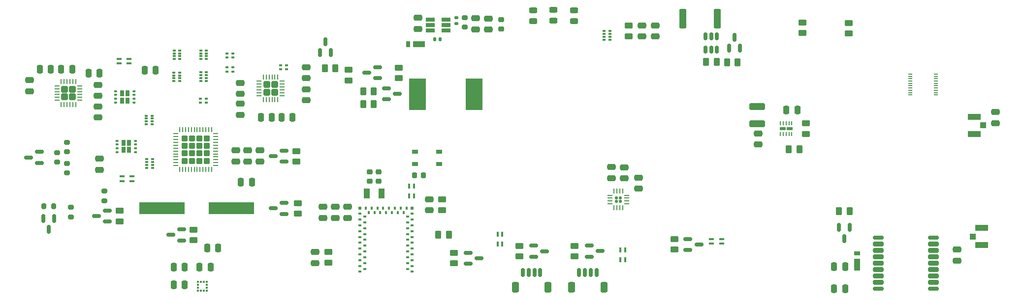
<source format=gbr>
G04 #@! TF.GenerationSoftware,KiCad,Pcbnew,7.0.10*
G04 #@! TF.CreationDate,2024-07-22T15:51:58-07:00*
G04 #@! TF.ProjectId,LCP_Controller,4c43505f-436f-46e7-9472-6f6c6c65722e,rev?*
G04 #@! TF.SameCoordinates,Original*
G04 #@! TF.FileFunction,Paste,Top*
G04 #@! TF.FilePolarity,Positive*
%FSLAX46Y46*%
G04 Gerber Fmt 4.6, Leading zero omitted, Abs format (unit mm)*
G04 Created by KiCad (PCBNEW 7.0.10) date 2024-07-22 15:51:58*
%MOMM*%
%LPD*%
G01*
G04 APERTURE LIST*
G04 Aperture macros list*
%AMRoundRect*
0 Rectangle with rounded corners*
0 $1 Rounding radius*
0 $2 $3 $4 $5 $6 $7 $8 $9 X,Y pos of 4 corners*
0 Add a 4 corners polygon primitive as box body*
4,1,4,$2,$3,$4,$5,$6,$7,$8,$9,$2,$3,0*
0 Add four circle primitives for the rounded corners*
1,1,$1+$1,$2,$3*
1,1,$1+$1,$4,$5*
1,1,$1+$1,$6,$7*
1,1,$1+$1,$8,$9*
0 Add four rect primitives between the rounded corners*
20,1,$1+$1,$2,$3,$4,$5,0*
20,1,$1+$1,$4,$5,$6,$7,0*
20,1,$1+$1,$6,$7,$8,$9,0*
20,1,$1+$1,$8,$9,$2,$3,0*%
G04 Aperture macros list end*
%ADD10RoundRect,0.250000X0.335000X0.335000X-0.335000X0.335000X-0.335000X-0.335000X0.335000X-0.335000X0*%
%ADD11RoundRect,0.062500X0.350000X0.062500X-0.350000X0.062500X-0.350000X-0.062500X0.350000X-0.062500X0*%
%ADD12RoundRect,0.062500X0.062500X0.350000X-0.062500X0.350000X-0.062500X-0.350000X0.062500X-0.350000X0*%
%ADD13RoundRect,0.250000X-0.475000X0.250000X-0.475000X-0.250000X0.475000X-0.250000X0.475000X0.250000X0*%
%ADD14R,0.500000X0.320000*%
%ADD15R,0.375000X0.350000*%
%ADD16R,0.350000X0.375000*%
%ADD17RoundRect,0.250000X0.475000X-0.250000X0.475000X0.250000X-0.475000X0.250000X-0.475000X-0.250000X0*%
%ADD18RoundRect,0.250000X-0.250000X-0.475000X0.250000X-0.475000X0.250000X0.475000X-0.250000X0.475000X0*%
%ADD19RoundRect,0.200000X-0.275000X0.200000X-0.275000X-0.200000X0.275000X-0.200000X0.275000X0.200000X0*%
%ADD20R,0.500000X0.400000*%
%ADD21R,1.050000X1.000000*%
%ADD22R,2.200000X1.050000*%
%ADD23RoundRect,0.125000X0.125000X-0.125000X0.125000X0.125000X-0.125000X0.125000X-0.125000X-0.125000X0*%
%ADD24RoundRect,0.062500X0.062500X-0.350000X0.062500X0.350000X-0.062500X0.350000X-0.062500X-0.350000X0*%
%ADD25RoundRect,0.062500X0.350000X-0.062500X0.350000X0.062500X-0.350000X0.062500X-0.350000X-0.062500X0*%
%ADD26RoundRect,0.250000X-0.450000X0.262500X-0.450000X-0.262500X0.450000X-0.262500X0.450000X0.262500X0*%
%ADD27RoundRect,0.250000X0.250000X0.475000X-0.250000X0.475000X-0.250000X-0.475000X0.250000X-0.475000X0*%
%ADD28RoundRect,0.150000X0.587500X0.150000X-0.587500X0.150000X-0.587500X-0.150000X0.587500X-0.150000X0*%
%ADD29R,1.000000X1.800000*%
%ADD30RoundRect,0.150000X0.150000X0.625000X-0.150000X0.625000X-0.150000X-0.625000X0.150000X-0.625000X0*%
%ADD31RoundRect,0.250000X0.350000X0.650000X-0.350000X0.650000X-0.350000X-0.650000X0.350000X-0.650000X0*%
%ADD32R,0.400000X0.900000*%
%ADD33RoundRect,0.150000X-0.587500X-0.150000X0.587500X-0.150000X0.587500X0.150000X-0.587500X0.150000X0*%
%ADD34RoundRect,0.150000X0.150000X-0.587500X0.150000X0.587500X-0.150000X0.587500X-0.150000X-0.587500X0*%
%ADD35RoundRect,0.135000X-0.185000X0.135000X-0.185000X-0.135000X0.185000X-0.135000X0.185000X0.135000X0*%
%ADD36RoundRect,0.200000X0.275000X-0.200000X0.275000X0.200000X-0.275000X0.200000X-0.275000X-0.200000X0*%
%ADD37RoundRect,0.250000X0.450000X-0.262500X0.450000X0.262500X-0.450000X0.262500X-0.450000X-0.262500X0*%
%ADD38RoundRect,0.250000X-0.262500X-0.450000X0.262500X-0.450000X0.262500X0.450000X-0.262500X0.450000X0*%
%ADD39RoundRect,0.250000X0.262500X0.450000X-0.262500X0.450000X-0.262500X-0.450000X0.262500X-0.450000X0*%
%ADD40R,1.560000X0.650000*%
%ADD41R,0.200000X0.300000*%
%ADD42O,0.550000X0.300000*%
%ADD43R,0.650000X1.000000*%
%ADD44R,0.600000X0.400000*%
%ADD45R,0.600000X0.600000*%
%ADD46R,0.400000X0.600000*%
%ADD47RoundRect,0.150000X-0.150000X0.587500X-0.150000X-0.587500X0.150000X-0.587500X0.150000X0.587500X0*%
%ADD48RoundRect,0.225000X0.250000X-0.225000X0.250000X0.225000X-0.250000X0.225000X-0.250000X-0.225000X0*%
%ADD49RoundRect,0.175000X-0.725000X-0.175000X0.725000X-0.175000X0.725000X0.175000X-0.725000X0.175000X0*%
%ADD50RoundRect,0.200000X-0.700000X-0.200000X0.700000X-0.200000X0.700000X0.200000X-0.700000X0.200000X0*%
%ADD51R,0.900000X0.400000*%
%ADD52R,7.875000X2.000000*%
%ADD53RoundRect,0.150000X0.150000X-0.512500X0.150000X0.512500X-0.150000X0.512500X-0.150000X-0.512500X0*%
%ADD54RoundRect,0.250000X-0.335000X-0.335000X0.335000X-0.335000X0.335000X0.335000X-0.335000X0.335000X0*%
%ADD55RoundRect,0.062500X-0.350000X-0.062500X0.350000X-0.062500X0.350000X0.062500X-0.350000X0.062500X0*%
%ADD56RoundRect,0.062500X-0.062500X-0.350000X0.062500X-0.350000X0.062500X0.350000X-0.062500X0.350000X0*%
%ADD57R,1.050000X0.650000*%
%ADD58R,0.700000X0.200000*%
%ADD59RoundRect,0.140000X-0.140000X-0.170000X0.140000X-0.170000X0.140000X0.170000X-0.140000X0.170000X0*%
%ADD60R,2.000000X1.100000*%
%ADD61R,0.800000X1.100000*%
%ADD62RoundRect,0.225000X0.225000X0.250000X-0.225000X0.250000X-0.225000X-0.250000X0.225000X-0.250000X0*%
%ADD63RoundRect,0.250000X1.100000X-0.325000X1.100000X0.325000X-1.100000X0.325000X-1.100000X-0.325000X0*%
%ADD64R,1.100000X2.000000*%
%ADD65R,1.100000X0.800000*%
%ADD66RoundRect,0.250000X0.362500X1.425000X-0.362500X1.425000X-0.362500X-1.425000X0.362500X-1.425000X0*%
%ADD67RoundRect,0.243750X-0.456250X0.243750X-0.456250X-0.243750X0.456250X-0.243750X0.456250X0.243750X0*%
%ADD68R,2.900000X5.400000*%
%ADD69RoundRect,0.200000X-0.200000X-0.275000X0.200000X-0.275000X0.200000X0.275000X-0.200000X0.275000X0*%
%ADD70R,1.000000X0.500000*%
%ADD71R,0.250000X0.700000*%
%ADD72RoundRect,0.250000X0.270000X0.270000X-0.270000X0.270000X-0.270000X-0.270000X0.270000X-0.270000X0*%
%ADD73RoundRect,0.062500X0.375000X0.062500X-0.375000X0.062500X-0.375000X-0.062500X0.375000X-0.062500X0*%
%ADD74RoundRect,0.062500X0.062500X0.375000X-0.062500X0.375000X-0.062500X-0.375000X0.062500X-0.375000X0*%
G04 APERTURE END LIST*
D10*
X178424200Y-104230800D03*
X178424200Y-102880800D03*
X177074200Y-104230800D03*
X177074200Y-102880800D03*
D11*
X179711700Y-104805800D03*
X179711700Y-104305800D03*
X179711700Y-103805800D03*
X179711700Y-103305800D03*
X179711700Y-102805800D03*
X179711700Y-102305800D03*
D12*
X178999200Y-101593300D03*
X178499200Y-101593300D03*
X177999200Y-101593300D03*
X177499200Y-101593300D03*
X176999200Y-101593300D03*
X176499200Y-101593300D03*
D11*
X175786700Y-102305800D03*
X175786700Y-102805800D03*
X175786700Y-103305800D03*
X175786700Y-103805800D03*
X175786700Y-104305800D03*
X175786700Y-104805800D03*
D12*
X176499200Y-105518300D03*
X176999200Y-105518300D03*
X177499200Y-105518300D03*
X177999200Y-105518300D03*
X178499200Y-105518300D03*
X178999200Y-105518300D03*
D13*
X148082000Y-106695200D03*
X148082000Y-108595200D03*
D14*
X235110400Y-93661800D03*
X235110400Y-94161800D03*
X235110400Y-94661800D03*
X235110400Y-95161800D03*
X236110400Y-95161800D03*
X236110400Y-94661800D03*
X236110400Y-94161800D03*
X236110400Y-93661800D03*
D15*
X165264100Y-136934000D03*
X165264100Y-137434000D03*
X165264100Y-137934000D03*
X165264100Y-138434000D03*
D16*
X165776600Y-138446500D03*
X166276600Y-138446500D03*
D15*
X166789100Y-138434000D03*
X166789100Y-137934000D03*
X166789100Y-137434000D03*
X166789100Y-136934000D03*
D16*
X166276600Y-136921500D03*
X165776600Y-136921500D03*
D17*
X190957200Y-125892600D03*
X190957200Y-123992600D03*
D18*
X161076600Y-137414000D03*
X162976600Y-137414000D03*
D19*
X141020800Y-114618000D03*
X141020800Y-116268000D03*
D20*
X170238800Y-97567000D03*
X170238800Y-98267000D03*
X171238800Y-98267000D03*
X171238800Y-97567000D03*
D21*
X300269400Y-109939600D03*
D22*
X298744400Y-111414600D03*
X298744400Y-108464600D03*
D23*
X237240000Y-123047500D03*
X237860000Y-123047500D03*
X237240000Y-122427500D03*
X237860000Y-122427500D03*
D24*
X236800000Y-124175000D03*
X237300000Y-124175000D03*
X237800000Y-124175000D03*
X238300000Y-124175000D03*
D25*
X238987500Y-123487500D03*
X238987500Y-122987500D03*
X238987500Y-122487500D03*
X238987500Y-121987500D03*
D24*
X238300000Y-121300000D03*
X237800000Y-121300000D03*
X237300000Y-121300000D03*
X236800000Y-121300000D03*
D25*
X236112500Y-121987500D03*
X236112500Y-122487500D03*
X236112500Y-122987500D03*
X236112500Y-123487500D03*
D21*
X298550000Y-129100000D03*
D22*
X300075000Y-127625000D03*
X300075000Y-130575000D03*
D26*
X269200000Y-92187500D03*
X269200000Y-94012500D03*
D27*
X168750000Y-131100000D03*
X166850000Y-131100000D03*
D28*
X180083700Y-116215200D03*
X180083700Y-114315200D03*
X178208700Y-115265200D03*
D13*
X238600000Y-117200000D03*
X238600000Y-119100000D03*
D29*
X196810000Y-121716800D03*
X194310000Y-121716800D03*
D26*
X187655200Y-131777100D03*
X187655200Y-133602100D03*
D17*
X183870600Y-101813400D03*
X183870600Y-99913400D03*
D30*
X233808400Y-135352400D03*
X232808400Y-135352400D03*
X231808400Y-135352400D03*
X230808400Y-135352400D03*
D31*
X235108400Y-137877400D03*
X229508400Y-137877400D03*
D32*
X238728200Y-131407800D03*
X237928200Y-131407800D03*
X237928200Y-133107800D03*
X238728200Y-133107800D03*
D13*
X136296400Y-102148600D03*
X136296400Y-104048600D03*
D33*
X222988900Y-130698200D03*
X222988900Y-132598200D03*
X224863900Y-131648200D03*
D34*
X186250000Y-97375000D03*
X188150000Y-97375000D03*
X187200000Y-95500000D03*
D35*
X209727800Y-91349600D03*
X209727800Y-92369600D03*
D32*
X217595400Y-128690000D03*
X216795400Y-128690000D03*
X216795400Y-130390000D03*
X217595400Y-130390000D03*
D28*
X138021300Y-116418400D03*
X138021300Y-114518400D03*
X136146300Y-115468400D03*
D27*
X177988000Y-108534200D03*
X176088000Y-108534200D03*
D36*
X142697200Y-114490000D03*
X142697200Y-112840000D03*
D13*
X205054200Y-122695300D03*
X205054200Y-124595300D03*
D37*
X247167400Y-131366900D03*
X247167400Y-129541900D03*
D13*
X148336000Y-115686800D03*
X148336000Y-117586800D03*
D14*
X162120200Y-102324600D03*
X162120200Y-101824600D03*
X162120200Y-101324600D03*
X162120200Y-100824600D03*
X161120200Y-100824600D03*
X161120200Y-101324600D03*
X161120200Y-101824600D03*
X161120200Y-102324600D03*
D38*
X266887500Y-114100000D03*
X268712500Y-114100000D03*
D17*
X241630200Y-94625200D03*
X241630200Y-92725200D03*
D39*
X258087500Y-99060000D03*
X256262500Y-99060000D03*
D26*
X277200000Y-92300000D03*
X277200000Y-94125000D03*
D14*
X166717600Y-98514600D03*
X166717600Y-98014600D03*
X166717600Y-97514600D03*
X166717600Y-97014600D03*
X165717600Y-97014600D03*
X165717600Y-97514600D03*
X165717600Y-98014600D03*
X165717600Y-98514600D03*
D28*
X196137500Y-101800000D03*
X196137500Y-99900000D03*
X194262500Y-100850000D03*
D40*
X207928200Y-93609200D03*
X207928200Y-92659200D03*
X207928200Y-91709200D03*
X205228200Y-91709200D03*
X205228200Y-92659200D03*
X205228200Y-93609200D03*
D41*
X150904000Y-104054000D03*
D42*
X151104000Y-104054000D03*
D41*
X150904000Y-104704000D03*
D42*
X151104000Y-104704000D03*
D41*
X150904000Y-105354000D03*
D42*
X151104000Y-105354000D03*
D41*
X150904000Y-106004000D03*
D42*
X151104000Y-106004000D03*
X154204000Y-106004000D03*
D41*
X154404000Y-106004000D03*
D42*
X154204000Y-105354000D03*
D41*
X154404000Y-105354000D03*
D42*
X154204000Y-104704000D03*
D41*
X154404000Y-104704000D03*
D42*
X154204000Y-104054000D03*
D41*
X154404000Y-104054000D03*
D43*
X152204000Y-104404000D03*
X152204000Y-105654000D03*
X153104000Y-104404000D03*
X153104000Y-105654000D03*
D18*
X172633600Y-119735600D03*
X174533600Y-119735600D03*
X161076600Y-134404000D03*
X162976600Y-134404000D03*
D14*
X157370400Y-109766800D03*
X157370400Y-109266800D03*
X157370400Y-108766800D03*
X157370400Y-108266800D03*
X156370400Y-108266800D03*
X156370400Y-108766800D03*
X156370400Y-109266800D03*
X156370400Y-109766800D03*
D37*
X220522800Y-132535300D03*
X220522800Y-130710300D03*
D26*
X191200000Y-100387500D03*
X191200000Y-102212500D03*
D39*
X254455300Y-99009200D03*
X252630300Y-99009200D03*
D28*
X162456100Y-129778800D03*
X162456100Y-127878800D03*
X160581100Y-128828800D03*
D26*
X199800000Y-99987500D03*
X199800000Y-101812500D03*
D17*
X302419400Y-109539600D03*
X302419400Y-107639600D03*
D44*
X202112000Y-135183000D03*
X201312000Y-134683000D03*
X202112000Y-134183000D03*
X201312000Y-133683000D03*
X202112000Y-133183000D03*
X201312000Y-132683000D03*
X202112000Y-132183000D03*
X201312000Y-131683000D03*
X202112000Y-131183000D03*
X201312000Y-130683000D03*
X202112000Y-130183000D03*
X201312000Y-129683000D03*
X202112000Y-129183000D03*
X201312000Y-128683000D03*
X202112000Y-128183000D03*
X201312000Y-127683000D03*
X202112000Y-127183000D03*
X201312000Y-126683000D03*
X202112000Y-126183000D03*
X201312000Y-125683000D03*
X202112000Y-125183000D03*
D45*
X202112000Y-124183000D03*
D46*
X201112000Y-124183000D03*
X200612000Y-124983000D03*
X200112000Y-124183000D03*
X199612000Y-124983000D03*
X199112000Y-124183000D03*
X198612000Y-124983000D03*
X198112000Y-124183000D03*
X197612000Y-124983000D03*
X197112000Y-124183000D03*
X196612000Y-124983000D03*
X196112000Y-124183000D03*
X195612000Y-124983000D03*
X195112000Y-124183000D03*
X194612000Y-124983000D03*
X194112000Y-124183000D03*
D45*
X193112000Y-124183000D03*
D44*
X193112000Y-125183000D03*
X193912000Y-125683000D03*
X193112000Y-126183000D03*
X193912000Y-126683000D03*
X193112000Y-127183000D03*
X193912000Y-127683000D03*
X193112000Y-128183000D03*
X193912000Y-128683000D03*
X193112000Y-129183000D03*
X193912000Y-129683000D03*
X193112000Y-130183000D03*
X193912000Y-130683000D03*
X193112000Y-131183000D03*
X193912000Y-131683000D03*
X193112000Y-132183000D03*
X193912000Y-132683000D03*
X193112000Y-133183000D03*
X193912000Y-133683000D03*
X193112000Y-134183000D03*
X193912000Y-134683000D03*
X193112000Y-135183000D03*
D14*
X166717600Y-102299200D03*
X166717600Y-101799200D03*
X166717600Y-101299200D03*
X166717600Y-100799200D03*
X165717600Y-100799200D03*
X165717600Y-101299200D03*
X165717600Y-101799200D03*
X165717600Y-102299200D03*
D37*
X209270600Y-133729100D03*
X209270600Y-131904100D03*
D13*
X148031200Y-102950000D03*
X148031200Y-104850000D03*
D38*
X275487500Y-124700000D03*
X277312500Y-124700000D03*
D47*
X140550000Y-126025000D03*
X138650000Y-126025000D03*
X139600000Y-127900000D03*
D33*
X197662500Y-103550000D03*
X197662500Y-105450000D03*
X199537500Y-104500000D03*
D26*
X182168800Y-114378100D03*
X182168800Y-116203100D03*
D18*
X179644000Y-108534200D03*
X181544000Y-108534200D03*
D37*
X230047800Y-132535300D03*
X230047800Y-130710300D03*
D33*
X249531900Y-129529800D03*
X249531900Y-131429800D03*
X251406900Y-130479800D03*
D36*
X149200000Y-122925000D03*
X149200000Y-121275000D03*
D48*
X217424000Y-93297000D03*
X217424000Y-91747000D03*
D13*
X243916200Y-92699800D03*
X243916200Y-94599800D03*
D26*
X164515800Y-127941700D03*
X164515800Y-129766700D03*
D49*
X282250000Y-129300000D03*
D50*
X282250000Y-130400000D03*
X282250000Y-131500000D03*
X282250000Y-132600000D03*
X282250000Y-133700000D03*
X282250000Y-134800000D03*
X282250000Y-135900000D03*
X282250000Y-137000000D03*
D49*
X282250000Y-138100000D03*
X291750000Y-138100000D03*
D50*
X291750000Y-137000000D03*
X291750000Y-135900000D03*
X291750000Y-134800000D03*
X291750000Y-133700000D03*
X291750000Y-132600000D03*
X291750000Y-131500000D03*
X291750000Y-130400000D03*
D49*
X291750000Y-129300000D03*
D13*
X236400000Y-117150000D03*
X236400000Y-119050000D03*
D38*
X206580100Y-128778000D03*
X208405100Y-128778000D03*
D17*
X215188800Y-93421200D03*
X215188800Y-91521200D03*
D51*
X152185000Y-118726000D03*
X152185000Y-119526000D03*
X153885000Y-119526000D03*
X153885000Y-118726000D03*
D52*
X159111700Y-124231400D03*
X170986700Y-124231400D03*
D53*
X252567400Y-96844700D03*
X253517400Y-96844700D03*
X254467400Y-96844700D03*
X254467400Y-94569700D03*
X253517400Y-94569700D03*
X252567400Y-94569700D03*
D54*
X142301600Y-103693600D03*
X142301600Y-105043600D03*
X143651600Y-103693600D03*
X143651600Y-105043600D03*
D55*
X141014100Y-103118600D03*
X141014100Y-103618600D03*
X141014100Y-104118600D03*
X141014100Y-104618600D03*
X141014100Y-105118600D03*
X141014100Y-105618600D03*
D56*
X141726600Y-106331100D03*
X142226600Y-106331100D03*
X142726600Y-106331100D03*
X143226600Y-106331100D03*
X143726600Y-106331100D03*
X144226600Y-106331100D03*
D55*
X144939100Y-105618600D03*
X144939100Y-105118600D03*
X144939100Y-104618600D03*
X144939100Y-104118600D03*
X144939100Y-103618600D03*
X144939100Y-103118600D03*
D56*
X144226600Y-102406100D03*
X143726600Y-102406100D03*
X143226600Y-102406100D03*
X142726600Y-102406100D03*
X142226600Y-102406100D03*
X141726600Y-102406100D03*
D57*
X206773600Y-116619600D03*
X202623600Y-116619600D03*
X206773600Y-114469600D03*
X202623600Y-114469600D03*
D58*
X292150000Y-104700000D03*
X287800000Y-104700000D03*
X292150000Y-104300000D03*
X287800000Y-104300000D03*
X292150000Y-103900000D03*
X287800000Y-103900000D03*
X292150000Y-103500000D03*
X287800000Y-103500000D03*
X292150000Y-103100000D03*
X287800000Y-103100000D03*
X292150000Y-102700000D03*
X287800000Y-102700000D03*
X292150000Y-102300000D03*
X287800000Y-102300000D03*
X292150000Y-101900000D03*
X287800000Y-101900000D03*
X292150000Y-101500000D03*
X287800000Y-101500000D03*
X292150000Y-101100000D03*
X287800000Y-101100000D03*
D59*
X205945800Y-95123000D03*
X206905800Y-95123000D03*
D26*
X182450400Y-123350900D03*
X182450400Y-125175900D03*
D27*
X143621800Y-100300000D03*
X141721800Y-100300000D03*
D17*
X188849000Y-125892600D03*
X188849000Y-123992600D03*
D13*
X241000000Y-118950000D03*
X241000000Y-120850000D03*
D30*
X224125000Y-135346200D03*
X223125000Y-135346200D03*
X222125000Y-135346200D03*
X221125000Y-135346200D03*
D31*
X225425000Y-137871200D03*
X219825000Y-137871200D03*
D17*
X171754800Y-116149200D03*
X171754800Y-114249200D03*
D28*
X180083700Y-125206800D03*
X180083700Y-123306800D03*
X178208700Y-124256800D03*
D34*
X256580600Y-96644700D03*
X258480600Y-96644700D03*
X257530600Y-94769700D03*
D60*
X203291200Y-95961200D03*
D61*
X201391200Y-95961200D03*
D62*
X204051200Y-118592600D03*
X202501200Y-118592600D03*
D17*
X173837600Y-116139000D03*
X173837600Y-114239000D03*
X175895000Y-116149200D03*
X175895000Y-114249200D03*
D20*
X170264200Y-99954600D03*
X170264200Y-100654600D03*
X171264200Y-100654600D03*
X171264200Y-99954600D03*
D19*
X142748000Y-116497600D03*
X142748000Y-118147600D03*
D63*
X261400000Y-109650000D03*
X261400000Y-106700000D03*
D64*
X278600000Y-133950000D03*
D65*
X278600000Y-132050000D03*
D27*
X276550000Y-134300000D03*
X274650000Y-134300000D03*
D17*
X186766200Y-125892600D03*
X186766200Y-123992600D03*
D47*
X277350000Y-127562500D03*
X275450000Y-127562500D03*
X276400000Y-129437500D03*
D13*
X203098400Y-91404400D03*
X203098400Y-93304400D03*
D41*
X154683400Y-114538400D03*
D42*
X154483400Y-114538400D03*
D41*
X154683400Y-113888400D03*
D42*
X154483400Y-113888400D03*
D41*
X154683400Y-113238400D03*
D42*
X154483400Y-113238400D03*
D41*
X154683400Y-112588400D03*
D42*
X154483400Y-112588400D03*
X151383400Y-112588400D03*
D41*
X151183400Y-112588400D03*
D42*
X151383400Y-113238400D03*
D41*
X151183400Y-113238400D03*
D42*
X151383400Y-113888400D03*
D41*
X151183400Y-113888400D03*
D42*
X151383400Y-114538400D03*
D41*
X151183400Y-114538400D03*
D43*
X153383400Y-114188400D03*
X153383400Y-112938400D03*
X152483400Y-114188400D03*
X152483400Y-112938400D03*
D51*
X255295400Y-130340000D03*
X255295400Y-129540000D03*
X253595400Y-129540000D03*
X253595400Y-130340000D03*
D14*
X162145600Y-98514600D03*
X162145600Y-98014600D03*
X162145600Y-97514600D03*
X162145600Y-97014600D03*
X161145600Y-97014600D03*
X161145600Y-97514600D03*
X161145600Y-98014600D03*
X161145600Y-98514600D03*
D48*
X194767200Y-119545400D03*
X194767200Y-117995400D03*
D26*
X269800000Y-109587500D03*
X269800000Y-111412500D03*
D66*
X254549500Y-91567000D03*
X248624500Y-91567000D03*
D67*
X222885000Y-90070700D03*
X222885000Y-91945700D03*
X226390200Y-90045300D03*
X226390200Y-91920300D03*
D18*
X266450000Y-107300000D03*
X268350000Y-107300000D03*
D68*
X203049000Y-104546400D03*
X212749000Y-104546400D03*
D39*
X195512500Y-104100000D03*
X193687500Y-104100000D03*
D17*
X183845200Y-105623400D03*
X183845200Y-103723400D03*
D28*
X149682200Y-126512400D03*
X149682200Y-124612400D03*
X147807200Y-125562400D03*
D48*
X196342000Y-119545400D03*
X196342000Y-117995400D03*
D39*
X188912500Y-100100000D03*
X187087500Y-100100000D03*
D18*
X165526600Y-134404000D03*
X167426600Y-134404000D03*
D33*
X232539300Y-130672800D03*
X232539300Y-132572800D03*
X234414300Y-131622800D03*
D51*
X153377000Y-99256800D03*
X153377000Y-98456800D03*
X151677000Y-98456800D03*
X151677000Y-99256800D03*
D17*
X172491400Y-104505800D03*
X172491400Y-102605800D03*
D20*
X179500000Y-99550000D03*
X179500000Y-100250000D03*
X180500000Y-100250000D03*
X180500000Y-99550000D03*
D27*
X276550000Y-138100000D03*
X274650000Y-138100000D03*
D18*
X146450000Y-100900000D03*
X148350000Y-100900000D03*
D69*
X138775000Y-123900000D03*
X140425000Y-123900000D03*
D32*
X202380800Y-120384200D03*
X201580800Y-120384200D03*
X201580800Y-122084200D03*
X202380800Y-122084200D03*
D17*
X172491400Y-108112600D03*
X172491400Y-106212600D03*
D33*
X211736700Y-131917400D03*
X211736700Y-133817400D03*
X213611700Y-132867400D03*
D70*
X265800000Y-110500000D03*
X267000000Y-110500000D03*
D71*
X265400000Y-111425000D03*
X265900000Y-111425000D03*
X266400000Y-111425000D03*
X266900000Y-111425000D03*
X267400000Y-111425000D03*
X267400000Y-109575000D03*
X266900000Y-109575000D03*
X266400000Y-109575000D03*
X265900000Y-109575000D03*
X265400000Y-109575000D03*
D67*
X229920800Y-90096100D03*
X229920800Y-91971100D03*
D36*
X211150200Y-93014800D03*
X211150200Y-91364800D03*
D14*
X157446600Y-117259800D03*
X157446600Y-116759800D03*
X157446600Y-116259800D03*
X157446600Y-115759800D03*
X156446600Y-115759800D03*
X156446600Y-116259800D03*
X156446600Y-116759800D03*
X156446600Y-117259800D03*
D20*
X166666800Y-106039400D03*
X166666800Y-105339400D03*
X165666800Y-105339400D03*
X165666800Y-106039400D03*
D13*
X261600000Y-111350000D03*
X261600000Y-113250000D03*
D26*
X239293400Y-92762700D03*
X239293400Y-94587700D03*
D72*
X166806400Y-116057200D03*
X166806400Y-114767200D03*
X166806400Y-113477200D03*
X166806400Y-112187200D03*
X165516400Y-116057200D03*
X165516400Y-114767200D03*
X165516400Y-113477200D03*
X165516400Y-112187200D03*
X164226400Y-116057200D03*
X164226400Y-114767200D03*
X164226400Y-113477200D03*
X164226400Y-112187200D03*
X162936400Y-116057200D03*
X162936400Y-114767200D03*
X162936400Y-113477200D03*
X162936400Y-112187200D03*
D73*
X168308900Y-116872200D03*
X168308900Y-116372200D03*
X168308900Y-115872200D03*
X168308900Y-115372200D03*
X168308900Y-114872200D03*
X168308900Y-114372200D03*
X168308900Y-113872200D03*
X168308900Y-113372200D03*
X168308900Y-112872200D03*
X168308900Y-112372200D03*
X168308900Y-111872200D03*
X168308900Y-111372200D03*
D74*
X167621400Y-110684700D03*
X167121400Y-110684700D03*
X166621400Y-110684700D03*
X166121400Y-110684700D03*
X165621400Y-110684700D03*
X165121400Y-110684700D03*
X164621400Y-110684700D03*
X164121400Y-110684700D03*
X163621400Y-110684700D03*
X163121400Y-110684700D03*
X162621400Y-110684700D03*
X162121400Y-110684700D03*
D73*
X161433900Y-111372200D03*
X161433900Y-111872200D03*
X161433900Y-112372200D03*
X161433900Y-112872200D03*
X161433900Y-113372200D03*
X161433900Y-113872200D03*
X161433900Y-114372200D03*
X161433900Y-114872200D03*
X161433900Y-115372200D03*
X161433900Y-115872200D03*
X161433900Y-116372200D03*
X161433900Y-116872200D03*
D74*
X162121400Y-117559700D03*
X162621400Y-117559700D03*
X163121400Y-117559700D03*
X163621400Y-117559700D03*
X164121400Y-117559700D03*
X164621400Y-117559700D03*
X165121400Y-117559700D03*
X165621400Y-117559700D03*
X166121400Y-117559700D03*
X166621400Y-117559700D03*
X167121400Y-117559700D03*
X167621400Y-117559700D03*
D19*
X143400000Y-124075000D03*
X143400000Y-125725000D03*
D37*
X207238600Y-124559700D03*
X207238600Y-122734700D03*
D17*
X185400000Y-133665000D03*
X185400000Y-131765000D03*
D13*
X295800000Y-131350000D03*
X295800000Y-133250000D03*
D27*
X139950000Y-100300000D03*
X138050000Y-100300000D03*
D38*
X193687500Y-106300000D03*
X195512500Y-106300000D03*
D17*
X213004400Y-93370400D03*
X213004400Y-91470400D03*
D18*
X156098200Y-100406200D03*
X157998200Y-100406200D03*
D26*
X151792700Y-124649900D03*
X151792700Y-126474900D03*
M02*

</source>
